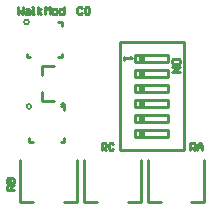
<source format=gto>
G04*
G04 #@! TF.GenerationSoftware,Altium Limited,Altium Designer,22.2.1 (43)*
G04*
G04 Layer_Color=65535*
%FSLAX44Y44*%
%MOMM*%
G71*
G04*
G04 #@! TF.SameCoordinates,612C7892-4D37-43AA-9E06-CC9A3CA42B8A*
G04*
G04*
G04 #@! TF.FilePolarity,Positive*
G04*
G01*
G75*
%ADD10C,0.2000*%
%ADD11C,0.2500*%
%ADD12C,0.2540*%
%ADD13R,0.5000X0.6000*%
D10*
X28500Y90500D02*
G03*
X28500Y90500I-2000J0D01*
G01*
X26500Y162000D02*
G03*
X26500Y162000I-2000J0D01*
G01*
D11*
X56750Y92000D02*
G03*
X56750Y92000I-1250J0D01*
G01*
D12*
X73000Y10000D02*
Y45000D01*
X121000Y10000D02*
Y45000D01*
X73000Y10000D02*
X84000D01*
X110000D02*
X121000D01*
X26500Y60500D02*
X29500D01*
X26500D02*
Y63500D01*
X56500Y60500D02*
Y63500D01*
X53500Y60500D02*
X56500D01*
X53500Y90500D02*
X56500D01*
Y87500D02*
Y90500D01*
X37500Y95000D02*
X47500D01*
X37500D02*
Y103000D01*
Y125000D02*
X47500D01*
X37500Y117000D02*
Y125000D01*
X19000Y10000D02*
Y45000D01*
X67000Y10000D02*
Y45000D01*
X19000Y10000D02*
X30000D01*
X56000D02*
X67000D01*
X24500Y132000D02*
Y135000D01*
Y132000D02*
X27500D01*
X51500D02*
X54500D01*
Y135000D01*
Y159000D02*
Y162000D01*
X51500D02*
X54500D01*
X116500Y70750D02*
X144500D01*
X116500Y83450D02*
X144500D01*
X116500Y77450D02*
X144500D01*
Y83450D01*
X116500Y96150D02*
X144500D01*
X116500Y90150D02*
X144500D01*
Y96150D01*
X116500Y108850D02*
X144500D01*
X116500Y102850D02*
X144500D01*
X116500Y115550D02*
X144500D01*
Y102850D02*
Y108850D01*
X157500Y53550D02*
Y145450D01*
X144500Y115550D02*
Y121550D01*
X116500Y77450D02*
Y83450D01*
Y90150D02*
Y96150D01*
Y64750D02*
Y70750D01*
Y102850D02*
Y108850D01*
Y115550D02*
Y121550D01*
X103500Y53550D02*
Y145450D01*
X116500Y134250D02*
X144500D01*
X116500Y128250D02*
X144500D01*
Y134250D01*
X116500Y121550D02*
X144500D01*
X116500Y128250D02*
Y134250D01*
X103500Y145450D02*
X157500D01*
X116500Y64750D02*
X144500D01*
Y70750D01*
X103500Y53550D02*
X157500D01*
X164000Y10000D02*
X175000D01*
X127000D02*
X138000D01*
X175000D02*
Y45000D01*
X127000Y10000D02*
Y45000D01*
X154538Y127461D02*
Y129794D01*
X153371Y130960D01*
X148706D01*
X147540Y129794D01*
Y127461D01*
X148706Y126295D01*
X153371D01*
X154538Y127461D01*
X147540Y123962D02*
X154538D01*
X147540Y119297D01*
X154538D01*
X106540Y132460D02*
Y130127D01*
Y131294D01*
X113538D01*
X112372Y132460D01*
X17040Y175038D02*
Y169040D01*
X19039Y171039D01*
X21039Y169040D01*
Y175038D01*
X24038Y173039D02*
X26037D01*
X27037Y172039D01*
Y169040D01*
X24038D01*
X23038Y170040D01*
X24038Y171039D01*
X27037D01*
X29036Y169040D02*
X31035D01*
X30036D01*
Y175038D01*
X29036D01*
X34035Y169040D02*
Y175038D01*
Y171039D02*
X37034Y173039D01*
X34035Y171039D02*
X37034Y169040D01*
X40033D02*
Y175038D01*
X42032Y173039D01*
X44031Y175038D01*
Y169040D01*
X47030D02*
X49030D01*
X50029Y170040D01*
Y172039D01*
X49030Y173039D01*
X47030D01*
X46031Y172039D01*
Y170040D01*
X47030Y169040D01*
X56027Y175038D02*
Y169040D01*
X53028D01*
X52029Y170040D01*
Y172039D01*
X53028Y173039D01*
X56027D01*
X71539Y174038D02*
X70539Y175038D01*
X68540D01*
X67540Y174038D01*
Y170040D01*
X68540Y169040D01*
X70539D01*
X71539Y170040D01*
X73538Y174038D02*
X74538Y175038D01*
X76537D01*
X77537Y174038D01*
Y170040D01*
X76537Y169040D01*
X74538D01*
X73538Y170040D01*
Y174038D01*
X88002Y53501D02*
Y59499D01*
X91001D01*
X92000Y58499D01*
Y56500D01*
X91001Y55500D01*
X88002D01*
X90001D02*
X92000Y53501D01*
X97998Y58499D02*
X96999Y59499D01*
X94999D01*
X94000Y58499D01*
Y54501D01*
X94999Y53501D01*
X96999D01*
X97998Y54501D01*
X163002Y53501D02*
Y59499D01*
X166001D01*
X167000Y58499D01*
Y56500D01*
X166001Y55500D01*
X163002D01*
X165001D02*
X167000Y53501D01*
X169000D02*
Y57500D01*
X170999Y59499D01*
X172998Y57500D01*
Y53501D01*
Y56500D01*
X169000D01*
X13499Y20002D02*
X7501D01*
Y23001D01*
X8501Y24000D01*
X10500D01*
X11500Y23001D01*
Y20002D01*
Y22001D02*
X13499Y24000D01*
X7501Y26000D02*
X13499D01*
Y28999D01*
X12499Y29998D01*
X11500D01*
X10500Y28999D01*
Y26000D01*
Y28999D01*
X9500Y29998D01*
X8501D01*
X7501Y28999D01*
Y26000D01*
D13*
X122001Y118550D02*
D03*
Y131250D02*
D03*
Y67750D02*
D03*
Y80450D02*
D03*
Y93150D02*
D03*
Y105850D02*
D03*
M02*

</source>
